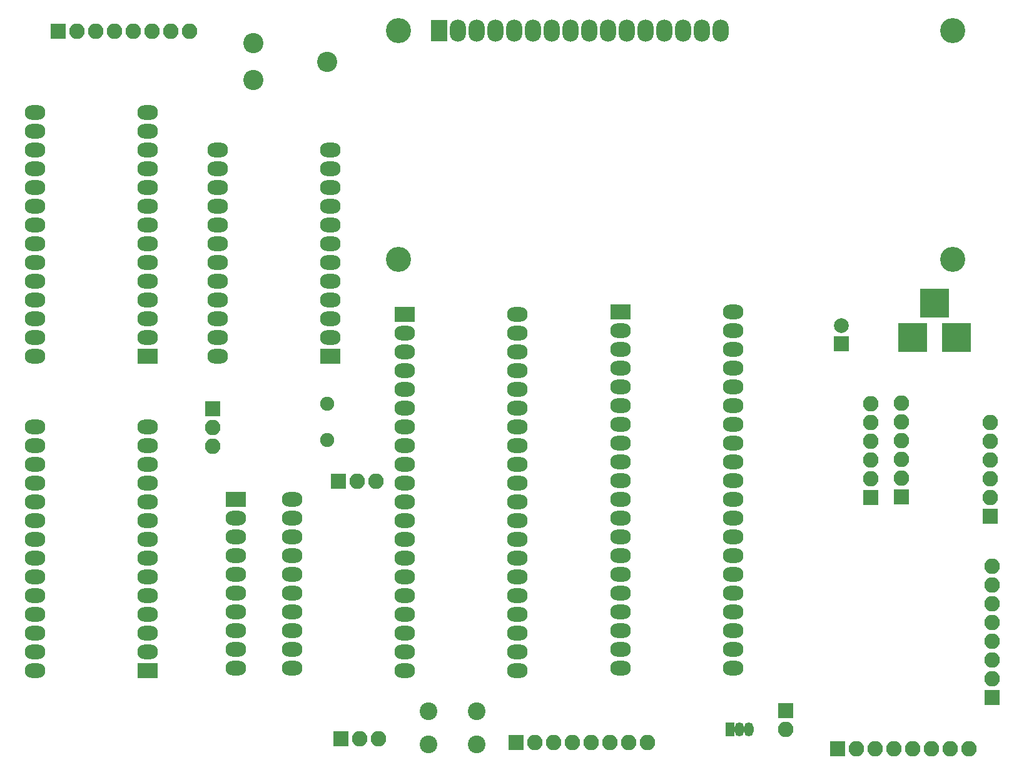
<source format=gts>
G04 #@! TF.FileFunction,Soldermask,Top*
%FSLAX46Y46*%
G04 Gerber Fmt 4.6, Leading zero omitted, Abs format (unit mm)*
G04 Created by KiCad (PCBNEW 4.0.4-stable) date 01/15/23 21:29:53*
%MOMM*%
%LPD*%
G01*
G04 APERTURE LIST*
%ADD10C,0.100000*%
%ADD11R,2.000000X2.000000*%
%ADD12C,2.000000*%
%ADD13R,3.900000X3.900000*%
%ADD14R,2.200000X3.000000*%
%ADD15O,2.200000X3.000000*%
%ADD16C,3.400000*%
%ADD17R,2.100000X2.100000*%
%ADD18O,2.100000X2.100000*%
%ADD19O,1.300000X1.900000*%
%ADD20R,1.300000X1.900000*%
%ADD21C,2.740000*%
%ADD22C,2.400000*%
%ADD23R,2.800000X2.000000*%
%ADD24O,2.800000X2.000000*%
%ADD25C,1.900000*%
G04 APERTURE END LIST*
D10*
D11*
X145008600Y-95504000D03*
D12*
X145008600Y-93004000D03*
D13*
X154635200Y-94691200D03*
X160635200Y-94691200D03*
X157635200Y-89991200D03*
D14*
X90576400Y-53086000D03*
D15*
X93116400Y-53086000D03*
X95656400Y-53086000D03*
X98196400Y-53086000D03*
X100736400Y-53086000D03*
X103276400Y-53086000D03*
X105816400Y-53086000D03*
X108356400Y-53086000D03*
X110896400Y-53086000D03*
X113436400Y-53086000D03*
X115976400Y-53086000D03*
X118516400Y-53086000D03*
X121056400Y-53086000D03*
X123596400Y-53086000D03*
X126136400Y-53086000D03*
X128676400Y-53086000D03*
D16*
X85077300Y-53086000D03*
X85077300Y-84086700D03*
X160075880Y-84086700D03*
X160076400Y-53086000D03*
D17*
X153111200Y-116281200D03*
D18*
X153111200Y-113741200D03*
X153111200Y-111201200D03*
X153111200Y-108661200D03*
X153111200Y-106121200D03*
X153111200Y-103581200D03*
D17*
X149021800Y-116332000D03*
D18*
X149021800Y-113792000D03*
X149021800Y-111252000D03*
X149021800Y-108712000D03*
X149021800Y-106172000D03*
X149021800Y-103632000D03*
D17*
X39014400Y-53187600D03*
D18*
X41554400Y-53187600D03*
X44094400Y-53187600D03*
X46634400Y-53187600D03*
X49174400Y-53187600D03*
X51714400Y-53187600D03*
X54254400Y-53187600D03*
X56794400Y-53187600D03*
D17*
X100965000Y-149479000D03*
D18*
X103505000Y-149479000D03*
X106045000Y-149479000D03*
X108585000Y-149479000D03*
X111125000Y-149479000D03*
X113665000Y-149479000D03*
X116205000Y-149479000D03*
X118745000Y-149479000D03*
D17*
X77266800Y-148996400D03*
D18*
X79806800Y-148996400D03*
X82346800Y-148996400D03*
D17*
X76962000Y-114096800D03*
D18*
X79502000Y-114096800D03*
X82042000Y-114096800D03*
D17*
X137464800Y-145211800D03*
D18*
X137464800Y-147751800D03*
D17*
X59893200Y-104267000D03*
D18*
X59893200Y-106807000D03*
X59893200Y-109347000D03*
D17*
X144475200Y-150368000D03*
D18*
X147015200Y-150368000D03*
X149555200Y-150368000D03*
X152095200Y-150368000D03*
X154635200Y-150368000D03*
X157175200Y-150368000D03*
X159715200Y-150368000D03*
X162255200Y-150368000D03*
D17*
X165404800Y-143459200D03*
D18*
X165404800Y-140919200D03*
X165404800Y-138379200D03*
X165404800Y-135839200D03*
X165404800Y-133299200D03*
X165404800Y-130759200D03*
X165404800Y-128219200D03*
X165404800Y-125679200D03*
D17*
X165201600Y-118872000D03*
D18*
X165201600Y-116332000D03*
X165201600Y-113792000D03*
X165201600Y-111252000D03*
X165201600Y-108712000D03*
X165201600Y-106172000D03*
D19*
X131241800Y-147777200D03*
X132511800Y-147777200D03*
D20*
X129971800Y-147777200D03*
D21*
X65430400Y-54791600D03*
X75430400Y-57291600D03*
X65430400Y-59791600D03*
D22*
X89154000Y-149788000D03*
X89154000Y-145288000D03*
X95654000Y-149788000D03*
X95654000Y-145288000D03*
D23*
X85953600Y-91516200D03*
D24*
X101193600Y-139776200D03*
X85953600Y-94056200D03*
X101193600Y-137236200D03*
X85953600Y-96596200D03*
X101193600Y-134696200D03*
X85953600Y-99136200D03*
X101193600Y-132156200D03*
X85953600Y-101676200D03*
X101193600Y-129616200D03*
X85953600Y-104216200D03*
X101193600Y-127076200D03*
X85953600Y-106756200D03*
X101193600Y-124536200D03*
X85953600Y-109296200D03*
X101193600Y-121996200D03*
X85953600Y-111836200D03*
X101193600Y-119456200D03*
X85953600Y-114376200D03*
X101193600Y-116916200D03*
X85953600Y-116916200D03*
X101193600Y-114376200D03*
X85953600Y-119456200D03*
X101193600Y-111836200D03*
X85953600Y-121996200D03*
X101193600Y-109296200D03*
X85953600Y-124536200D03*
X101193600Y-106756200D03*
X85953600Y-127076200D03*
X101193600Y-104216200D03*
X85953600Y-129616200D03*
X101193600Y-101676200D03*
X85953600Y-132156200D03*
X101193600Y-99136200D03*
X85953600Y-134696200D03*
X101193600Y-96596200D03*
X85953600Y-137236200D03*
X101193600Y-94056200D03*
X85953600Y-139776200D03*
X101193600Y-91516200D03*
D23*
X63042800Y-116560600D03*
D24*
X70662800Y-139420600D03*
X63042800Y-119100600D03*
X70662800Y-136880600D03*
X63042800Y-121640600D03*
X70662800Y-134340600D03*
X63042800Y-124180600D03*
X70662800Y-131800600D03*
X63042800Y-126720600D03*
X70662800Y-129260600D03*
X63042800Y-129260600D03*
X70662800Y-126720600D03*
X63042800Y-131800600D03*
X70662800Y-124180600D03*
X63042800Y-134340600D03*
X70662800Y-121640600D03*
X63042800Y-136880600D03*
X70662800Y-119100600D03*
X63042800Y-139420600D03*
X70662800Y-116560600D03*
D23*
X51079400Y-139750800D03*
D24*
X35839400Y-106730800D03*
X51079400Y-137210800D03*
X35839400Y-109270800D03*
X51079400Y-134670800D03*
X35839400Y-111810800D03*
X51079400Y-132130800D03*
X35839400Y-114350800D03*
X51079400Y-129590800D03*
X35839400Y-116890800D03*
X51079400Y-127050800D03*
X35839400Y-119430800D03*
X51079400Y-124510800D03*
X35839400Y-121970800D03*
X51079400Y-121970800D03*
X35839400Y-124510800D03*
X51079400Y-119430800D03*
X35839400Y-127050800D03*
X51079400Y-116890800D03*
X35839400Y-129590800D03*
X51079400Y-114350800D03*
X35839400Y-132130800D03*
X51079400Y-111810800D03*
X35839400Y-134670800D03*
X51079400Y-109270800D03*
X35839400Y-137210800D03*
X51079400Y-106730800D03*
X35839400Y-139750800D03*
D23*
X51130200Y-97180400D03*
D24*
X35890200Y-64160400D03*
X51130200Y-94640400D03*
X35890200Y-66700400D03*
X51130200Y-92100400D03*
X35890200Y-69240400D03*
X51130200Y-89560400D03*
X35890200Y-71780400D03*
X51130200Y-87020400D03*
X35890200Y-74320400D03*
X51130200Y-84480400D03*
X35890200Y-76860400D03*
X51130200Y-81940400D03*
X35890200Y-79400400D03*
X51130200Y-79400400D03*
X35890200Y-81940400D03*
X51130200Y-76860400D03*
X35890200Y-84480400D03*
X51130200Y-74320400D03*
X35890200Y-87020400D03*
X51130200Y-71780400D03*
X35890200Y-89560400D03*
X51130200Y-69240400D03*
X35890200Y-92100400D03*
X51130200Y-66700400D03*
X35890200Y-94640400D03*
X51130200Y-64160400D03*
X35890200Y-97180400D03*
D23*
X75819000Y-97155000D03*
D24*
X60579000Y-69215000D03*
X75819000Y-94615000D03*
X60579000Y-71755000D03*
X75819000Y-92075000D03*
X60579000Y-74295000D03*
X75819000Y-89535000D03*
X60579000Y-76835000D03*
X75819000Y-86995000D03*
X60579000Y-79375000D03*
X75819000Y-84455000D03*
X60579000Y-81915000D03*
X75819000Y-81915000D03*
X60579000Y-84455000D03*
X75819000Y-79375000D03*
X60579000Y-86995000D03*
X75819000Y-76835000D03*
X60579000Y-89535000D03*
X75819000Y-74295000D03*
X60579000Y-92075000D03*
X75819000Y-71755000D03*
X60579000Y-94615000D03*
X75819000Y-69215000D03*
X60579000Y-97155000D03*
D23*
X115112800Y-91160600D03*
D24*
X130352800Y-139420600D03*
X115112800Y-93700600D03*
X130352800Y-136880600D03*
X115112800Y-96240600D03*
X130352800Y-134340600D03*
X115112800Y-98780600D03*
X130352800Y-131800600D03*
X115112800Y-101320600D03*
X130352800Y-129260600D03*
X115112800Y-103860600D03*
X130352800Y-126720600D03*
X115112800Y-106400600D03*
X130352800Y-124180600D03*
X115112800Y-108940600D03*
X130352800Y-121640600D03*
X115112800Y-111480600D03*
X130352800Y-119100600D03*
X115112800Y-114020600D03*
X130352800Y-116560600D03*
X115112800Y-116560600D03*
X130352800Y-114020600D03*
X115112800Y-119100600D03*
X130352800Y-111480600D03*
X115112800Y-121640600D03*
X130352800Y-108940600D03*
X115112800Y-124180600D03*
X130352800Y-106400600D03*
X115112800Y-126720600D03*
X130352800Y-103860600D03*
X115112800Y-129260600D03*
X130352800Y-101320600D03*
X115112800Y-131800600D03*
X130352800Y-98780600D03*
X115112800Y-134340600D03*
X130352800Y-96240600D03*
X115112800Y-136880600D03*
X130352800Y-93700600D03*
X115112800Y-139420600D03*
X130352800Y-91160600D03*
D25*
X75387200Y-108559600D03*
X75387200Y-103659600D03*
M02*

</source>
